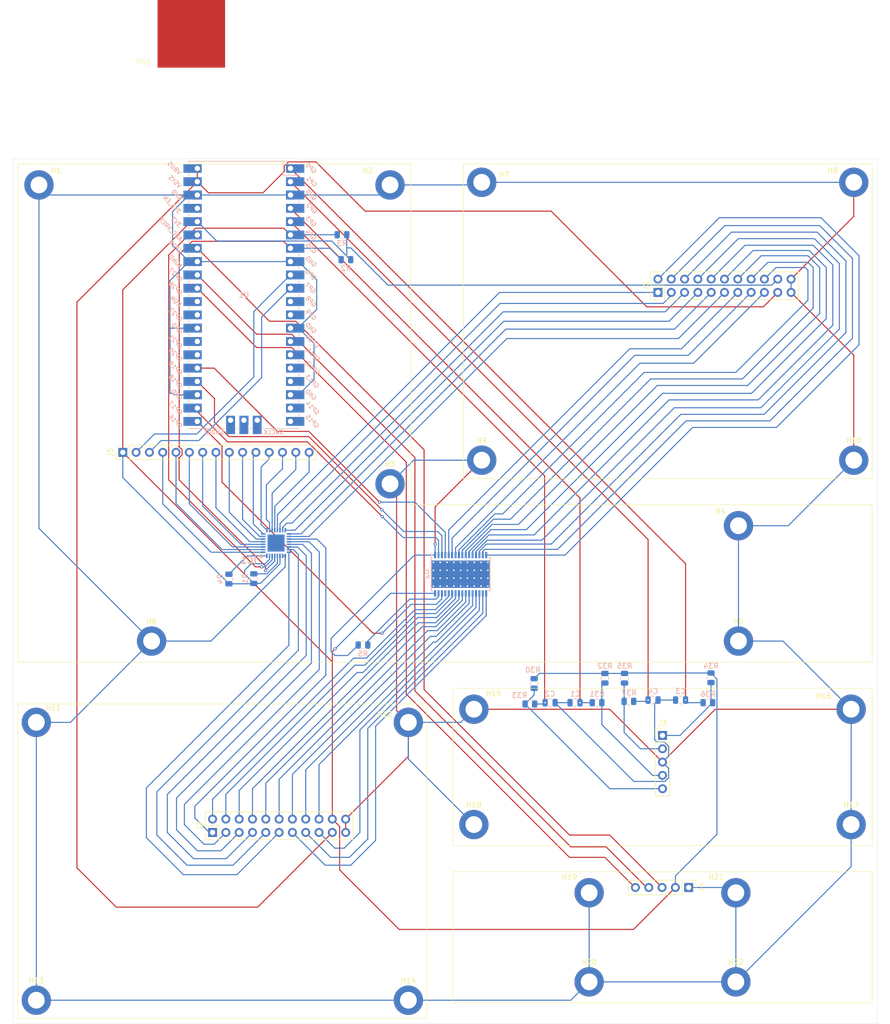
<source format=kicad_pcb>
(kicad_pcb (version 20241229) (generator "pcbnew") (generator_version "9.0")
  (layers (0 "F.Cu" signal) (2 "B.Cu" signal) (13 "F.Paste" user) (15 "B.Paste" user) (5 "F.SilkS" user "F.Silkscreen") (7 "B.SilkS" user "B.Silkscreen") (1 "F.Mask" user) (3 "B.Mask" user) (25 "Edge.Cuts" user))
  (net 0 "")
  (net 1 "/Encoder_1_B")
  (net 2 "/Encoder_1_A")
  (net 3 "/Encoder_0_B")
  (net 4 "/Encoder_0_A")
  (net 5 "/Switch6")
  (net 6 "/Switch11")
  (net 7 "/Button5")
  (net 8 "GND")
  (net 9 "/Switch12")
  (net 10 "/Switch3")
  (net 11 "/Switch7")
  (net 12 "SDA")
  (net 13 "/Button10")
  (net 14 "Net-(IC1-~{INT})")
  (net 15 "+3.3V")
  (net 16 "/Button3")
  (net 17 "SCL")
  (net 18 "/Switch8")
  (net 19 "/Button1")
  (net 20 "Net-(IC1-~{RESET})")
  (net 21 "/Button2")
  (net 22 "/Button7")
  (net 24 "/Switch2")
  (net 25 "/Button8")
  (net 26 "/Button4")
  (net 27 "/Switch5")
  (net 28 "/Button9")
  (net 29 "/Button6")
  (net 30 "/Button11")
  (net 31 "/Switch10")
  (net 32 "+5V")
  (net 35 "/Switch13")
  (net 36 "/Switch9")
  (net 42 "/Switch4")
  (net 46 "/Pot2")
  (net 49 "/Pot0")
  (net 52 "/Pot1")
  (net 53 "/Switch1")
  (net 54 "/Switch0")
  (net 55 "/LED0")
  (net 58 "/LED1")
  (net 60 "/LED2")
  (net 61 "/LED3")
  (net 62 "/LED4")
  (net 63 "/LED5")
  (net 64 "/LED6")
  (net 65 "/LED7")
  (net 67 "/LED8")
  (net 68 "/LED9")
  (net 69 "/LED10")
  (net 70 "/LED11")
  (net 71 "/LED12")
  (net 72 "/LED13")
  (net 73 "/LED14")
  (net 74 "/LED16")
  (net 75 "/LED18")
  (net 76 "/LED20")
  (net 77 "/LED22")
  (net 78 "/LED15")
  (net 79 "/LED17")
  (net 80 "/LED19")
  (net 81 "/LED21")
  (net 82 "/LED23")
  (net 83 "Blank")
  (net 84 "MOSI")
  (net 85 "SCK")
  (net 86 "XLAT")
  (net 87 "Net-(U2-PowerPAD)")
  (net 88 "Net-(U2-IREF)")
  (net 89 "/Button0")
  (net 90 "Net-(J3-Pin_5)")
  (net 91 "Net-(J3-Pin_1)")
  (net 92 "Net-(J3-Pin_2)")
  (net 93 "Net-(J3-Pin_4)")
  (footprint "MountingHole:MountingHole_3.2mm_M3_DIN965_Pad" (layer "F.Cu") (at 135.5 167.5)
    (property "Reference" "H12")
    (property "Value" "MountingHole_Pad")
  )
  (footprint "Connector_PinHeader_2.54mm:PinHeader_1x05_P2.54mm_Vertical" (layer "F.Cu") (at 184 170)
    (property "Reference" "J3")
    (property "Value" "Conn_01x05")
  )
  (footprint "MountingHole:MountingHole_3.2mm_M3_DIN965_Pad" (layer "F.Cu") (at 198.5 130)
    (property "Reference" "H4")
    (property "Value" "MountingHole_Pad")
  )
  (footprint "MountingHole:MountingHole_3.2mm_M3_DIN965_Pad" (layer "F.Cu") (at 64.5 167.5)
    (property "Reference" "H11")
    (property "Value" "MountingHole_Pad")
  )
  (footprint "Control_Panel_Footprints:Heat Sink" (layer "F.Cu") (at 87.725 42.525)
    (property "Reference" "HS1")
    (property "Value" "Heatsink_Pad")
  )
  (footprint "MountingHole:MountingHole_3.2mm_M3_DIN965_Pad" (layer "F.Cu") (at 198.5 152)
    (property "Reference" "H5")
    (property "Value" "MountingHole_Pad")
  )
  (footprint "MountingHole:MountingHole_3.2mm_M3_DIN965_Pad" (layer "F.Cu") (at 220 187)
    (property "Reference" "H17")
    (property "Value" "MountingHole_Pad")
  )
  (footprint "MountingHole:MountingHole_3.2mm_M3_DIN965_Pad" (layer "F.Cu") (at 170 217)
    (property "Reference" "H20")
    (property "Value" "MountingHole_Pad")
  )
  (footprint "Connector_PinHeader_2.54mm:PinHeader_2x11_P2.54mm_Vertical" (layer "F.Cu") (at 98.13 188.5 90)
    (property "Reference" "J2")
    (property "Value" "Conn_02x11_Odd_Even")
  )
  (footprint "MountingHole:MountingHole_3.2mm_M3_DIN965_Pad" (layer "F.Cu") (at 132 65)
    (property "Reference" "H2")
    (property "Value" "MountingHole_Pad")
  )
  (footprint "MountingHole:MountingHole_3.2mm_M3_DIN965_Pad" (layer "F.Cu") (at 170 200)
    (property "Reference" "H19")
    (property "Value" "MountingHole_Pad")
  )
  (footprint "Connector_PinHeader_2.54mm:PinHeader_1x15_P2.54mm_Vertical" (layer "F.Cu") (at 81 116 90)
    (property "Reference" "J5")
    (property "Value" "Conn_01x15")
  )
  (footprint "Connector_PinHeader_2.54mm:PinHeader_2x11_P2.54mm_Vertical" (layer "F.Cu") (at 183.13 85.5 90)
    (property "Reference" "J1")
    (property "Value" "Conn_02x11_Odd_Even")
  )
  (footprint "MountingHole:MountingHole_3.2mm_M3_DIN965_Pad" (layer "F.Cu") (at 149.5 117.5)
    (property "Reference" "H9")
    (property "Value" "MountingHole_Pad")
  )
  (footprint "MountingHole:MountingHole_3.2mm_M3_DIN965_Pad" (layer "F.Cu") (at 220.5 117.5)
    (property "Reference" "H10")
    (property "Value" "MountingHole_Pad")
  )
  (footprint "MountingHole:MountingHole_3.2mm_M3_DIN965_Pad" (layer "F.Cu") (at 65 65)
    (property "Reference" "H1")
    (property "Value" "MountingHole_Pad")
  )
  (footprint "MountingHole:MountingHole_3.2mm_M3_DIN965_Pad" (layer "F.Cu") (at 220.5 64.5)
    (property "Reference" "H8")
    (property "Value" "MountingHole_Pad")
  )
  (footprint "MountingHole:MountingHole_3.2mm_M3_DIN965_Pad" (layer "F.Cu") (at 132 122)
    (property "Reference" "H3")
    (property "Value" "MountingHole_Pad")
  )
  (footprint "MountingHole:MountingHole_3.2mm_M3_DIN965_Pad" (layer "F.Cu") (at 148 165)
    (property "Reference" "H15")
    (property "Value" "MountingHole_Pad")
  )
  (footprint "Connector_PinHeader_2.54mm:PinHeader_1x05_P2.54mm_Vertical" (layer "F.Cu") (at 189 199 -90)
    (property "Reference" "J4")
    (property "Value" "Conn_01x05")
  )
  (footprint "MountingHole:MountingHole_3.2mm_M3_DIN965_Pad" (layer "F.Cu") (at 148 187)
    (property "Reference" "H18")
    (property "Value" "MountingHole_Pad")
  )
  (footprint "MountingHole:MountingHole_3.2mm_M3_DIN965_Pad" (layer "F.Cu") (at 86.5 152)
    (property "Reference" "H6")
    (property "Value" "MountingHole_Pad")
  )
  (footprint "MountingHole:MountingHole_3.2mm_M3_DIN965_Pad" (layer "F.Cu") (at 220 165)
    (property "Reference" "H16")
    (property "Value" "MountingHole_Pad")
  )
  (footprint "MountingHole:MountingHole_3.2mm_M3_DIN965_Pad" (layer "F.Cu") (at 149.5 64.5)
    (property "Reference" "H7")
    (property "Value" "MountingHole_Pad")
  )
  (footprint "MountingHole:MountingHole_3.2mm_M3_DIN965_Pad" (layer "F.Cu") (at 64.5 220.5)
    (property "Reference" "H13")
    (property "Value" "MountingHole_Pad")
  )
  (footprint "MountingHole:MountingHole_3.2mm_M3_DIN965_Pad" (layer "F.Cu") (at 135.5 220.5)
    (property "Reference" "H14")
    (property "Value" "MountingHole_Pad")
  )
  (footprint "MountingHole:MountingHole_3.2mm_M3_DIN965_Pad" (layer "F.Cu") (at 198 217)
    (property "Reference" "H22")
    (property "Value" "MountingHole_Pad")
  )
  (footprint "MountingHole:MountingHole_3.2mm_M3_DIN965_Pad" (layer "F.Cu") (at 198 200)
    (property "Reference" "H21")
    (property "Value" "MountingHole_Pad")
  )
  (footprint "Capacitor_SMD:C_0805_2012Metric" (layer "B.Cu") (at 167.3 163.75 180)
    (property "Reference" "C1")
    (property "Value" "0.01uF")
  )
  (footprint "Control_Panel_Footprints:QFN50P500X500X60-33N-D" (layer "B.Cu") (at 110.25 133.3)
    (property "Reference" "IC1")
    (property "Value" "TCA6424ARGJR" (hide yes))
  )
  (footprint "Resistor_SMD:R_0805_2012Metric" (layer "B.Cu") (at 158.6875 164 180)
    (property "Reference" "R33")
    (property "Value" "10k")
  )
  (footprint "Resistor_SMD:R_0805_2012Metric" (layer "B.Cu") (at 193.25 159 -90)
    (property "Reference" "R34")
    (property "Value" "10k")
  )
  (footprint "Resistor_SMD:R_0805_2012Metric" (layer "B.Cu") (at 122.8375 74.5)
    (property "Reference" "R3")
    (property "Value" "10k")
  )
  (footprint "Resistor_SMD:R_0805_2012Metric" (layer "B.Cu") (at 177.5875 163.5 180)
    (property "Reference" "R37")
    (property "Value" "10k")
  )
  (footprint "Capacitor_SMD:C_0805_2012Metric" (layer "B.Cu") (at 182.2 163.25 180)
    (property "Reference" "C4")
    (property "Value" "0.01uF")
  )
  (footprint "Resistor_SMD:R_0805_2012Metric" (layer "B.Cu") (at 192.6625 163.75 180)
    (property "Reference" "R36")
    (property "Value" "10k")
  )
  (footprint "Resistor_SMD:R_0805_2012Metric" (layer "B.Cu") (at 126.8375 152.75)
    (property "Reference" "R5")
    (property "Value" "2460")
  )
  (footprint "Package_SO:HTSSOP-32-1EP_6.1x11mm_P0.65mm_EP5.2x11mm_Mask4.11x4.36mm_ThermalVias" (layer "B.Cu") (at 145.475 139.25 -90)
    (property "Reference" "U2")
    (property "Value" "TLC5947DAP")
  )
  (footprint "Control_Panel_Footprints:RPi_Pico_SMD_TH" (layer "B.Cu") (at 104.11 85.97 180)
    (property "Reference" "U1")
    (property "Value" "Pico")
  )
  (footprint "Capacitor_SMD:C_0805_2012Metric" (layer "B.Cu") (at 162.55 163.75 180)
    (property "Reference" "C2")
    (property "Value" "0.01uF")
  )
  (footprint "Resistor_SMD:R_0805_2012Metric" (layer "B.Cu") (at 101.25 140.1625 -90)
    (property "Reference" "R4")
    (property "Value" "10k")
  )
  (footprint "Resistor_SMD:R_0805_2012Metric" (layer "B.Cu") (at 176.75 159.0875 -90)
    (property "Reference" "R35")
    (property "Value" "10k")
  )
  (footprint "Resistor_SMD:R_0805_2012Metric" (layer "B.Cu") (at 171.5125 163.75 180)
    (property "Reference" "R31")
    (property "Value" "10k")
  )
  (footprint "Resistor_SMD:R_0805_2012Metric" (layer "B.Cu") (at 173 159.0875 -90)
    (property "Reference" "R32")
    (property "Value" "10k")
  )
  (footprint "Resistor_SMD:R_0805_2012Metric" (layer "B.Cu") (at 159.5 160.0875 -90)
    (property "Reference" "R30")
    (property "Value" "10k")
  )
  (footprint "Resistor_SMD:R_0805_2012Metric" (layer "B.Cu") (at 106 140.0875 -90)
    (property "Reference" "R1")
    (property "Value" "10k")
  )
  (footprint "Resistor_SMD:R_0805_2012Metric" (layer "B.Cu") (at 123.5875 79.25)
    (property "Reference" "R2")
    (property "Value" "10k")
  )
  (footprint "Capacitor_SMD:C_0805_2012Metric" (layer "B.Cu") (at 187.45 163.25 180)
    (property "Reference" "C3")
    (property "Value" "0.01uF")
  )
  (gr_line (start 224 156) (end 224 126) (stroke (width 0.1)) (layer "F.SilkS"))
  (gr_line (start 136 126) (end 136 61) (stroke (width 0.1)) (layer "F.SilkS"))
  (gr_rect (start 144 196) (end 224 221) (stroke (width 0.1)) (fill no) (layer "F.SilkS"))
  (gr_line (start 224 126) (end 136 126) (stroke (width 0.1)) (layer "F.SilkS"))
  (gr_rect (start 61 164) (end 139 224) (stroke (width 0.1)) (fill no) (layer "F.SilkS"))
  (gr_rect (start 146 61) (end 224 121) (stroke (width 0.1)) (fill no) (layer "F.SilkS"))
  (gr_line (start 61 61) (end 136 61) (stroke (width 0.1)) (layer "F.SilkS"))
  (gr_rect (start 144 161) (end 224 191) (stroke (width 0.1)) (fill no) (layer "F.SilkS"))
  (gr_line (start 61 61) (end 61 156) (stroke (width 0.1)) (layer "F.SilkS"))
  (gr_line (start 61 156) (end 224 156) (stroke (width 0.1)) (layer "F.SilkS"))
  (gr_rect (start 60 60) (end 225 225) (stroke (width 0.05)) (fill no) (layer "Edge.Cuts"))
  (segment (start 113 69.46) (end 168.25 124.71) (width 0.2) (layer "F.Cu") (net 1))
  (segment (start 168.25 124.71) (end 168.25 163.75) (width 0.2) (layer "F.Cu") (net 1))
  (via (at 168.25 163.75) (size 0.6) (drill 0.3) (layers "F.Cu" "B.Cu") (net 1))
  (segment (start 168.25 163.75) (end 170.6 163.75) (width 0.2) (layer "B.Cu") (net 1))
  (segment (start 161.6 163.75) (end 161.5 163.65) (width 0.2) (layer "F.Cu") (net 2))
  (segment (start 161.5 120.5) (end 113 72) (width 0.2) (layer "F.Cu") (net 2))
  (segment (start 161.5 163.65) (end 161.5 120.5) (width 0.2) (layer "F.Cu") (net 2))
  (via (at 161.6 163.75) (size 0.6) (drill 0.3) (layers "F.Cu" "B.Cu") (net 2))
  (segment (start 159.6 164) (end 161.35 164) (width 0.2) (layer "B.Cu") (net 2))
  (segment (start 188.4 137.24) (end 188.4 163.25) (width 0.2) (layer "F.Cu") (net 3))
  (segment (start 113 61.84) (end 188.4 137.24) (width 0.2) (layer "F.Cu") (net 3))
  (via (at 188.4 163.25) (size 0.6) (drill 0.3) (layers "F.Cu" "B.Cu") (net 3))
  (segment (start 188.9 163.75) (end 188.4 163.25) (width 0.2) (layer "B.Cu") (net 3))
  (segment (start 191.75 163.75) (end 188.9 163.75) (width 0.2) (layer "B.Cu") (net 3))
  (segment (start 181.25 132.63) (end 181.25 163.25) (width 0.2) (layer "F.Cu") (net 4))
  (segment (start 113 64.38) (end 181.25 132.63) (width 0.2) (layer "F.Cu") (net 4))
  (via (at 181.25 163.25) (size 0.6) (drill 0.3) (layers "F.Cu" "B.Cu") (net 4))
  (segment (start 178.5 163.5) (end 181 163.5) (width 0.2) (layer "B.Cu") (net 4))
  (segment (start 98.78 126.58) (end 98.78 116) (width 0.2) (layer "B.Cu") (net 5))
  (segment (start 105.25 133.05) (end 98.78 126.58) (width 0.2) (layer "B.Cu") (net 5))
  (segment (start 107.8 133.05) (end 105.25 133.05) (width 0.2) (layer "B.Cu") (net 5))
  (segment (start 111.48 119.12) (end 111.48 116) (width 0.2) (layer "B.Cu") (net 6))
  (segment (start 108.4 122.2) (end 111.48 119.12) (width 0.2) (layer "B.Cu") (net 6))
  (segment (start 108.4 128.8) (end 108.4 122.2) (width 0.2) (layer "B.Cu") (net 6))
  (segment (start 109 129.4) (end 108.4 128.8) (width 0.2) (layer "B.Cu") (net 6))
  (segment (start 109 130.85) (end 109 129.4) (width 0.2) (layer "B.Cu") (net 6))
  (segment (start 112.798 132.05) (end 116.55 132.05) (width 0.2) (layer "B.Cu") (net 7))
  (segment (start 112.749 132.001) (end 112.798 132.05) (width 0.2) (layer "B.Cu") (net 7))
  (segment (start 116.55 132.05) (end 154.3 94.3) (width 0.2) (layer "B.Cu") (net 7))
  (segment (start 187.03 94.3) (end 195.83 85.5) (width 0.2) (layer "B.Cu") (net 7))
  (segment (start 154.3 94.3) (end 187.03 94.3) (width 0.2) (layer "B.Cu") (net 7))
  (segment (start 123.53 185.96) (end 123.53 188.5) (width 0.2) (layer "F.Cu") (net 8))
  (segment (start 140.6 133.5) (end 140.6 126.4) (width 0.2) (layer "F.Cu") (net 8))
  (segment (start 135.5 173.99) (end 135.5 167.5) (width 0.2) (layer "F.Cu") (net 8))
  (segment (start 173.92 165) (end 148 165) (width 0.2) (layer "F.Cu") (net 8))
  (segment (start 184 175.08) (end 173.92 165) (width 0.2) (layer "F.Cu") (net 8))
  (segment (start 220.5 97.47) (end 220.5 117.5) (width 0.2) (layer "F.Cu") (net 8))
  (segment (start 123.53 185.96) (end 135.5 173.99) (width 0.2) (layer "F.Cu") (net 8))
  (segment (start 133.25 165.25) (end 135.5 167.5) (width 0.2) (layer "F.Cu") (net 8))
  (segment (start 133.25 123.25) (end 133.25 165.25) (width 0.2) (layer "F.Cu") (net 8))
  (segment (start 208.53 85.5) (end 220.5 97.47) (width 0.2) (layer "F.Cu") (net 8))
  (segment (start 184 175.08) (end 194.08 165) (width 0.2) (layer "F.Cu") (net 8))
  (segment (start 140.6 126.4) (end 149.5 117.5) (width 0.2) (layer "F.Cu") (net 8))
  (segment (start 220.5 64.5) (end 220.5 70.99) (width 0.2) (layer "F.Cu") (net 8))
  (segment (start 194.08 165) (end 220 165) (width 0.2) (layer "F.Cu") (net 8))
  (segment (start 132 122) (end 133.25 123.25) (width 0.2) (layer "F.Cu") (net 8))
  (segment (start 220.5 70.99) (end 208.53 82.96) (width 0.2) (layer "F.Cu") (net 8))
  (via (at 140.6 133.5) (size 0.6) (drill 0.3) (layers "F.Cu" "B.Cu") (net 8))
  (segment (start 118 88.75) (end 118 83.058) (width 0.2) (layer "B.Cu") (net 8))
  (segment (start 149.5 117.5) (end 136.5 117.5) (width 0.2) (layer "B.Cu") (net 8))
  (segment (start 90 92.32) (end 90 96.5) (width 0.2) (layer "B.Cu") (net 8))
  (segment (start 182.5 163.9) (end 182.5 170.802) (width 0.2) (layer "B.Cu") (net 8))
  (segment (start 123.925 154.75) (end 121.5 154.75) (width 0.2) (layer "B.Cu") (net 8))
  (segment (start 183.15 163.25) (end 182.5 163.9) (width 0.2) (layer "B.Cu") (net 8))
  (segment (start 93.63 79.62) (end 90 83.25) (width 0.2) (layer "B.Cu") (net 8))
  (segment (start 208 130) (end 198.5 130) (width 0.2) (layer "B.Cu") (net 8))
  (segment (start 185.151 178.09676) (end 185.151 176.231) (width 0.2) (layer "B.Cu") (net 8))
  (segment (start 136.65 135.6) (end 140.6 135.6) (width 0.2) (layer "B.Cu") (net 8))
  (segment (start 163.5 163.75) (end 166.35 163.75) (width 0.2) (layer "B.Cu") (net 8))
  (segment (start 90.5 76.462) (end 90.5 70.078) (width 0.2) (layer "B.Cu") (net 8))
  (segment (start 163.5 163.75) (end 178.521 178.771) (width 0.2) (layer "B.Cu") (net 8))
  (segment (start 93.658 92.32) (end 90 92.32) (width 0.2) (layer "B.Cu") (net 8))
  (segment (start 64.5 220.5) (end 64.5 167.5) (width 0.2) (layer "B.Cu") (net 8))
  (segment (start 178.521 178.771) (end 184.47676 178.771) (width 0.2) (layer "B.Cu") (net 8))
  (segment (start 198.5 152) (end 207 152) (width 0.2) (layer "B.Cu") (net 8))
  (segment (start 198 200) (end 198 217) (width 0.2) (layer "B.Cu") (net 8))
  (segment (start 95.22 79.62) (end 113 79.62) (width 0.2) (layer "B.Cu") (net 8))
  (segment (start 86.5 152) (end 65 130.5) (width 0.2) (layer "B.Cu") (net 8))
  (segment (start 207 152) (end 220 165) (width 0.2) (layer "B.Cu") (net 8))
  (segment (start 90.5 70.078) (end 93.658 66.92) (width 0.2) (layer "B.Cu") (net 8))
  (segment (start 220 187) (end 220 195) (width 0.2) (layer "B.Cu") (net 8))
  (segment (start 140.6 133.5) (end 140.6 135.6) (width 0.2) (layer "B.Cu") (net 8))
  (segment (start 145.5 167.5) (end 148 165) (width 0.2) (layer "B.Cu") (net 8))
  (segment (start 148 187) (end 135.5 174.5) (width 0.2) (layer "B.Cu") (net 8))
  (segment (start 97.82366 152) (end 86.5 152) (width 0.2) (layer "B.Cu") (net 8))
  (segment (start 90 96.5) (end 90 104.75) (width 0.2) (layer "B.Cu") (net 8))
  (segment (start 198.5 130) (end 198.5 152) (width 0.2) (layer "B.Cu") (net 8))
  (segment (start 184.47676 178.771) (end 185.151 178.09676) (width 0.2) (layer "B.Cu") (net 8))
  (segment (start 135.5 167.5) (end 145.5 167.5) (width 0.2) (layer "B.Cu") (net 8))
  (segment (start 166.5 220.5) (end 135.5 220.5) (width 0.2) (layer "B.Cu") (net 8))
  (segment (start 186.5 163.25) (end 183.15 163.25) (width 0.2) (layer "B.Cu") (net 8))
  (segment (start 117.5 95.258) (end 114.562 92.32) (width 0.2) (layer "B.Cu") (net 8))
  (segment (start 90.5 104.75) (end 90.77 105.02) (width 0.2) (layer "B.Cu") (net 8))
  (segment (start 120.75 154) (end 120.75 151.5) (width 0.2) (layer "B.Cu") (net 8))
  (segment (start 95.22 66.92) (end 113 66.92) (width 0.2) (layer "B.Cu") (net 8))
  (segment (start 185.151 172.06324) (end 185.151 173.929) (width 0.2) (layer "B.Cu") (net 8))
  (segment (start 182.948 171.25) (end 184.33776 171.25) (width 0.2) (layer "B.Cu") (net 8))
  (segment (start 120.75 151.5) (end 136.65 135.6) (width 0.2) (layer "B.Cu") (net 8))
  (segment (start 90 104.75) (end 90.5 104.75) (width 0.2) (layer "B.Cu") (net 8))
  (segment (start 113 66.92) (end 130.08 66.92) (width 0.2) (layer "B.Cu") (net 8))
  (segment (start 220.5 117.5) (end 208 130) (width 0.2) (layer "B.Cu") (net 8))
  (segment (start 170 217) (end 170 200) (width 0.2) (layer "B.Cu") (net 8))
  (segment (start 117.5 102.082) (end 117.5 95.258) (width 0.2) (layer "B.Cu") (net 8))
  (segment (start 65 65) (end 66.92 66.92) (width 0.2) (layer "B.Cu") (net 8))
  (segment (start 170 217) (end 166.5 220.5) (width 0.2) (layer "B.Cu") (net 8))
  (segment (start 114.43 92.32) (end 118 88.75) (width 0.2) (layer "B.Cu") (net 8))
  (segment (start 184.33776 171.25) (end 185.151 172.06324) (width 0.2) (layer "B.Cu") (net 8))
  (segment (start 112 137.82366) (end 97.82366 152) (width 0.2) (layer "B.Cu") (net 8))
  (segment (start 185.151 176.231) (end 184 175.08) (width 0.2) (layer "B.Cu") (net 8))
  (segment (start 71 167.5) (end 86.5 152) (width 0.2) (layer "B.Cu") (net 8))
  (segment (start 90 83.25) (end 90 96.5) (width 0.2) (layer "B.Cu") (net 8))
  (segment (start 114.562 105.02) (end 117.5 102.082) (width 0.2) (layer "B.Cu") (net 8))
  (segment (start 185.151 173.929) (end 184 175.08) (width 0.2) (layer "B.Cu") (net 8))
  (segment (start 189 199) (end 197 199) (width 0.2) (layer "B.Cu") (net 8))
  (segment (start 118 83.058) (end 114.562 79.62) (width 0.2) (layer "B.Cu") (net 8))
  (segment (start 135.5 220.5) (end 64.5 220.5) (width 0.2) (layer "B.Cu") (net 8))
  (segment (start 125.925 152.75) (end 123.925 154.75) (width 0.2) (layer "B.Cu") (net 8))
  (segment (start 149.5 64.5) (end 220.5 64.5) (width 0.2) (layer "B.Cu") (net 8))
  (segment (start 182.5 170.802) (end 182.948 171.25) (width 0.2) (layer "B.Cu") (net 8))
  (segment (start 93.658 79.62) (end 90.5 76.462) (width 0.2) (layer "B.Cu") (net 8))
  (segment (start 208.53 82.96) (end 208.53 85.5) (width 0.2) (layer "B.Cu") (net 8))
  (segment (start 132 65) (end 149 65) (width 0.2) (layer "B.Cu") (net 8))
  (segment (start 112 135.75) (end 111.5 135.75) (width 0.2) (layer "B.Cu") (net 8))
  (segment (start 220 195) (end 198 217) (width 0.2) (layer "B.Cu") (net 8))
  (segment (start 112 135.75) (end 112 137.82366) (width 0.2) (layer "B.Cu") (net 8))
  (segment (start 198 217) (end 170 217) (width 0.2) (layer "B.Cu") (net 8))
  (segment (start 135.5 174.5) (end 135.5 167.5) (width 0.2) (layer "B.Cu") (net 8))
  (segment (start 64.5 167.5) (end 71 167.5) (width 0.2) (layer "B.Cu") (net 8))
  (segment (start 130.08 66.92) (end 132 65) (width 0.2) (layer "B.Cu") (net 8))
  (segment (start 65 130.5) (end 65 65) (width 0.2) (layer "B.Cu") (net 8))
  (segment (start 220 165) (end 220 187) (width 0.2) (layer "B.Cu") (net 8))
  (segment (start 121.5 154.75) (end 120.75 154) (width 0.2) (layer "B.Cu") (net 8))
  (segment (start 136.5 117.5) (end 132 122) (width 0.2) (layer "B.Cu") (net 8))
  (segment (start 90.77 105.02) (end 95.22 105.02) (width 0.2) (layer "B.Cu") (net 8))
  (segment (start 66.92 66.92) (end 95.22 66.92) (width 0.2) (layer "B.Cu") (net 8))
  (segment (start 114.02 119.28) (end 114.02 116) (width 0.2) (layer "B.Cu") (net 9))
  (segment (start 109.5 123.8) (end 114.02 119.28) (width 0.2) (layer "B.Cu") (net 9))
  (segment (start 109.5 130.85) (end 109.5 123.8) (width 0.2) (layer "B.Cu") (net 9))
  (segment (start 107.8 134.55) (end 99.95 134.55) (width 0.2) (layer "B.Cu") (net 10))
  (segment (start 99.95 134.55) (end 91.16 125.76) (width 0.2) (layer "B.Cu") (net 10))
  (segment (start 91.16 125.76) (end 91.16 116) (width 0.2) (layer "B.Cu") (net 10))
  (segment (start 101.32 127.42) (end 101.32 116) (width 0.2) (layer "B.Cu") (net 11))
  (segment (start 107.8 132.55) (end 106.45 132.55) (width 0.2) (layer "B.Cu") (net 11))
  (segment (start 106.45 132.55) (end 101.32 127.42) (width 0.2) (layer "B.Cu") (net 11))
  (segment (start 94.88224 73.25) (end 111.71 73.25) (width 0.2) (layer "F.Cu") (net 12))
  (segment (start 107.5 137.85) (end 106.35 137.85) (width 0.2) (layer "F.Cu") (net 12))
  (segment (start 89.75 121.25) (end 89.75 116.49776) (width 0.2) (layer "F.Cu") (net 12))
  (segment (start 111.71 73.25) (end 113 74.54) (width 0.2) (layer "F.Cu") (net 12))
  (segment (start 89.75 116.49776) (end 89.771 116.47676) (width 0.2) (layer "F.Cu") (net 12))
  (segment (start 89.75 78.38224) (end 94.88224 73.25) (width 0.2) (layer "F.Cu") (net 12))
  (segment (start 89.771 116.47676) (end 89.771 115.52324) (width 0.2) (layer "F.Cu") (net 12))
  (segment (start 106.35 137.85) (end 89.75 121.25) (width 0.2) (layer "F.Cu") (net 12))
  (segment (start 89.75 115.50224) (end 89.75 78.38224) (width 0.2) (layer "F.Cu") (net 12))
  (segment (start 89.771 115.52324) (end 89.75 115.50224) (width 0.2) (layer "F.Cu") (net 12))
  (via (at 107.5 137.85) (size 0.6) (drill 0.3) (layers "F.Cu" "B.Cu") (net 12))
  (segment (start 107.5 137.85) (end 108.15 137.85) (width 0.2) (layer "B.Cu") (net 12))
  (segment (start 108.15 137.85) (end 109.5 136.5) (width 0.2) (layer "B.Cu") (net 12))
  (segment (start 121.925 74.5) (end 114.46 74.5) (width 0.2) (layer "B.Cu") (net 12))
  (segment (start 114.46 74.5) (end 113.71 75.25) (width 0.2) (layer "B.Cu") (net 12))
  (segment (start 109.5 136.5) (end 109.5 135.75) (width 0.2) (layer "B.Cu") (net 12))
  (segment (start 113.55 134.55) (end 112.7 134.55) (width 0.2) (layer "B.Cu") (net 13))
  (segment (start 87.5 189) (end 87.5 180.75) (width 0.2) (layer "B.Cu") (net 13))
  (segment (start 93.25 194.75) (end 87.5 189) (width 0.2) (layer "B.Cu") (net 13))
  (segment (start 114.5 153.75) (end 114.5 135.5) (width 0.2) (layer "B.Cu") (net 13))
  (segment (start 87.5 180.75) (end 114.5 153.75) (width 0.2) (layer "B.Cu") (net 13))
  (segment (start 108.29 188.5) (end 102.04 194.75) (width 0.2) (layer "B.Cu") (net 13))
  (segment (start 102.04 194.75) (end 93.25 194.75) (width 0.2) (layer "B.Cu") (net 13))
  (segment (start 114.5 135.5) (end 113.55 134.55) (width 0.2) (layer "B.Cu") (net 13))
  (segment (start 104.75 135.75) (end 101.25 139.25) (width 0.2) (layer "B.Cu") (net 14))
  (segment (start 108.5 135.75) (end 104.75 135.75) (width 0.2) (layer "B.Cu") (net 14))
  (segment (start 120.99 154.01) (end 120.99 155.99) (width 0.2) (layer "F.Cu") (net 15))
  (segment (start 94 72) (end 81 85) (width 0.2) (layer "F.Cu") (net 15))
  (segment (start 95.22 72) (end 94 72) (width 0.2) (layer "F.Cu") (net 15))
  (segment (start 81 85) (end 81 116) (width 0.2) (layer "F.Cu") (net 15))
  (segment (start 122.379 195.629) (end 133.75 207) (width 0.2) (layer "F.Cu") (net 15))
  (segment (start 120.99 155.99) (end 81 116) (width 0.2) (layer "F.Cu") (net 15))
  (segment (start 122.379 187.349) (end 122.379 195.629) (width 0.2) (layer "F.Cu") (net 15))
  (segment (start 121.5 153.5) (end 120.99 154.01) (width 0.2) (layer "F.Cu") (net 15))
  (segment (start 133.75 207) (end 178.46 207) (width 0.2) (layer "F.Cu") (net 15))
  (segment (start 178.46 207) (end 186.46 199) (width 0.2) (layer "F.Cu") (net 15))
  (segment (start 120.99 185.96) (end 120.99 155.99) (width 0.2) (layer "F.Cu") (net 15))
  (segment (start 120.99 185.96) (end 122.379 187.349) (width 0.2) (layer "F.Cu") (net 15))
  (via (at 121.5 153.5) (size 0.6) (drill 0.3) (layers "F.Cu" "B.Cu") (net 15))
  (segment (start 104.25 138.5) (end 105.5 137.25) (width 0.2) (layer "B.Cu") (net 15))
  (segment (start 98.911 75.691) (end 95.22 72) (width 0.2) (layer "B.Cu") (net 15))
  (segment (start 173 158.175) (end 160.5 158.175) (width 0.2) (layer "B.Cu") (net 15))
  (segment (start 81 120.825) (end 81 116) (width 0.2) (layer "B.Cu") (net 15))
  (segment (start 194.3885 159.226) (end 194.3885 188.8615) (width 0.2) (layer "B.Cu") (net 15))
  (segment (start 205.99 82.96) (end 204.839 84.111) (width 0.2) (layer "B.Cu") (net 15))
  (segment (start 111 135.75) (end 111 137.25) (width 0.2) (layer "B.Cu") (net 15))
  (segment (start 193.25 158.0875) (end 194.3885 159.226) (width 0.2) (layer "B.Cu") (net 15))
  (segment (start 194.3885 188.8615) (end 186.46 196.79) (width 0.2) (layer "B.Cu") (net 15))
  (segment (start 124.42634 79.25) (end 120.86734 75.691) (width 0.2) (layer "B.Cu") (net 15))
  (segment (start 193.25 158.0875) (end 176.8375 158.0875) (width 0.2) (layer "B.Cu") (net 15))
  (segment (start 101.25 141.075) (end 81 120.825) (width 0.2) (layer "B.Cu") (net 15))
  (segment (start 173 158.175) (end 176.75 158.175) (width 0.2) (layer "B.Cu") (net 15))
  (segment (start 131.611 84.111) (end 124.5 77) (width 0.2) (layer "B.Cu") (net 15))
  (segment (start 123.75 74.5) (end 123.75 77) (width 0.2) (layer "B.Cu") (net 15))
  (segment (start 132.1 142.9) (end 121.5 153.5) (width 0.2) (layer "B.Cu") (net 15))
  (segment (start 107.25 141) (end 106.5 141) (width 0.2) (layer "B.Cu") (net 15))
  (segment (start 104.25 139.25) (end 104.25 138.5) (width 0.2) (layer "B.Cu") (net 15))
  (segment (start 108.177 137.25) (end 109 136.427) (width 0.2) (layer "B.Cu") (net 15))
  (segment (start 111 137.25) (end 107.25 141) (width 0.2) (layer "B.Cu") (net 15))
  (segment (start 106 141) (end 104.25 139.25) (width 0.2) (layer "B.Cu") (net 15))
  (segment (start 186.46 196.79) (end 186.46 199) (width 0.2) (layer "B.Cu") (net 15))
  (segment (start 204.839 84.111) (end 131.611 84.111) (width 0.2) (layer "B.Cu") (net 15))
  (segment (start 123.75 78.5) (end 124.5 79.25) (width 0.2) (layer "B.Cu") (net 15))
  (segment (start 120.86734 75.691) (end 98.911 75.691) (width 0.2) (layer "B.Cu") (net 15))
  (segment (start 101.25 141.075) (end 105.925 141.075) (width 0.2) (layer "B.Cu") (net 15))
  (segment (start 160.5 158.175) (end 159.5 159.175) (width 0.2) (layer "B.Cu") (net 15))
  (segment (start 124.5 77) (end 123.75 77) (width 0.2) (layer "B.Cu") (net 15))
  (segment (start 140.6 142.9) (end 132.1 142.9) (width 0.2) (layer "B.Cu") (net 15))
  (segment (start 123.75 77) (end 123.75 78.5) (width 0.2) (layer "B.Cu") (net 15))
  (segment (start 109 136.427) (end 109 135.75) (width 0.2) (layer "B.Cu") (net 15))
  (segment (start 105.5 137.25) (end 108.177 137.25) (width 0.2) (layer "B.Cu") (net 15))
  (segment (start 112 130.85) (end 113.85 130.85) (width 0.2) (layer "B.Cu") (net 16))
  (segment (start 185.25 91) (end 190.75 85.5) (width 0.2) (layer "B.Cu") (net 16))
  (segment (start 113.85 130.85) (end 153.7 91) (width 0.2) (layer "B.Cu") (net 16))
  (segment (start 153.7 91) (end 185.25 91) (width 0.2) (layer "B.Cu") (net 16))
  (segment (start 92.311 116.47676) (end 92.311 115.52324) (width 0.2) (layer "F.Cu") (net 17))
  (segment (start 91.75 121.25) (end 91.75 117.151) (width 0.2) (layer "F.Cu") (net 17))
  (segment (start 92.311 115.52324) (end 91.63676 114.849) (width 0.2) (layer "F.Cu") (net 17))
  (segment (start 91.76888 78.23112) (end 94.25 75.75) (width 0.2) (layer "F.Cu") (net 17))
  (segment (start 91.76888 114.849) (end 91.76888 78.23112) (width 0.2) (layer "F.Cu") (net 17))
  (segment (start 91.75 117.151) (end 91.63676 117.151) (width 0.2) (layer "F.Cu") (net 17))
  (segment (start 91.63676 117.151) (end 92.311 116.47676) (width 0.2) (layer "F.Cu") (net 17))
  (segment (start 108.25 137.75) (end 91.75 121.25) (width 0.2) (layer "F.Cu") (net 17))
  (segment (start 111.67 75.75) (end 113 77.08) (width 0.2) (layer "F.Cu") (net 17))
  (segment (start 94.25 75.75) (end 111.67 75.75) (width 0.2) (layer "F.Cu") (net 17))
  (segment (start 108.25 138.5) (end 108.25 137.75) (width 0.2) (layer "F.Cu") (net 17))
  (segment (start 91.63676 114.849) (end 91.76888 114.849) (width 0.2) (layer "F.Cu") (net 17))
  (via (at 108.25 138.5) (size 0.6) (drill 0.3) (layers "F.Cu" "B.Cu") (net 17))
  (segment (start 110 135.75) (end 110 136.75) (width 0.2) (layer "B.Cu") (net 17))
  (segment (start 110 136.75) (end 108.25 138.5) (width 0.2) (layer "B.Cu") (net 17))
  (segment (start 122.675 79.25) (end 120.505 77.08) (width 0.2) (layer "B.Cu") (net 17))
  (segment (start 120.505 77.08) (end 113 77.08) (width 0.2) (layer "B.Cu") (net 17))
  (segment (start 103.86 128.787) (end 103.86 116) (width 0.2) (layer "B.Cu") (net 18))
  (segment (start 107.8 132.05) (end 107.123 132.05) (width 0.2) (layer "B.Cu") (net 18))
  (segment (start 107.123 132.05) (end 103.86 128.787) (width 0.2) (layer "B.Cu") (net 18))
  (segment (start 184.15 87.6) (end 185.67 86.08) (width 0.2) (layer "B.Cu") (net 19))
  (segment (start 111 130.85) (end 111 129.6) (width 0.2) (layer "B.Cu") (net 19))
  (segment (start 111 129.6) (end 153 87.6) (width 0.2) (layer "B.Cu") (net 19))
  (segment (start 153 87.6) (end 184.15 87.6) (width 0.2) (layer "B.Cu") (net 19))
  (segment (start 106 139.175) (end 108.5079 139.175) (width 0.2) (layer "B.Cu") (net 20))
  (segment (start 108.5079 139.175) (end 110.5 137.1829) (width 0.2) (layer "B.Cu") (net 20))
  (segment (start 110.5 137.1829) (end 110.5 135.75) (width 0.2) (layer "B.Cu") (net 20))
  (segment (start 111.5 130.3) (end 111.6 130.2) (width 0.2) (layer "B.Cu") (net 21))
  (segment (start 111.5 130.85) (end 111.5 130.3) (width 0.2) (layer "B.Cu") (net 21))
  (segment (start 184.51 89.2) (end 188.21 85.5) (width 0.2) (layer "B.Cu") (net 21))
  (segment (start 153.6 89.2) (end 184.51 89.2) (width 0.2) (layer "B.Cu") (net 21))
  (segment (start 111.6072 130.2) (end 112.3072 129.5) (width 0.2) (layer "B.Cu") (net 21))
  (segment (start 111.6 130.2) (end 111.6072 130.2) (width 0.2) (layer "B.Cu") (net 21))
  (segment (start 113.3 129.5) (end 153.6 89.2) (width 0.2) (layer "B.Cu") (net 21))
  (segment (start 112.3072 129.5) (end 113.3 129.5) (width 0.2) (layer "B.Cu") (net 21))
  (segment (start 96.5 190.75) (end 92.75 187) (width 0.2) (layer "B.Cu") (net 22))
  (segment (start 116.55 133.05) (end 112.7 133.05) (width 0.2) (layer "B.Cu") (net 22))
  (segment (start 118.5 135) (end 116.55 133.05) (width 0.2) (layer "B.Cu") (net 22))
  (segment (start 100.67 188.5) (end 98.42 190.75) (width 0.2) (layer "B.Cu") (net 22))
  (segment (start 118.5 157.4) (end 118.5 135) (width 0.2) (layer "B.Cu") (net 22))
  (segment (start 92.75 183.15) (end 118.5 157.4) (width 0.2) (layer "B.Cu") (net 22))
  (segment (start 92.75 187) (end 92.75 183.15) (width 0.2) (layer "B.Cu") (net 22))
  (segment (start 98.42 190.75) (end 96.5 190.75) (width 0.2) (layer "B.Cu") (net 22))
  (segment (start 88.62 125.82) (end 88.62 116) (width 0.2) (layer "B.Cu") (net 24))
  (segment (start 107.8 135.05) (end 97.85 135.05) (width 0.2) (layer "B.Cu") (net 24))
  (segment (start 97.85 135.05) (end 88.62 125.82) (width 0.2) (layer "B.Cu") (net 24))
  (segment (start 91.25 181.9329) (end 117 156.1829) (width 0.2) (layer "B.Cu") (net 25))
  (segment (start 117 156.1829) (end 117 135.25) (width 0.2) (layer "B.Cu") (net 25))
  (segment (start 103.21 188.5) (end 99.71 192) (width 0.2) (layer "B.Cu") (net 25))
  (segment (start 115.3 133.55) (end 112.7 133.55) (width 0.2) (layer "B.Cu") (net 25))
  (segment (start 117 135.25) (end 115.3 133.55) (width 0.2) (layer "B.Cu") (net 25))
  (segment (start 95.25 192) (end 91.25 188) (width 0.2) (layer "B.Cu") (net 25))
  (segment (start 91.25 188) (end 91.25 181.9329) (width 0.2) (layer "B.Cu") (net 25))
  (segment (start 99.71 192) (end 95.25 192) (width 0.2) (layer "B.Cu") (net 25))
  (segment (start 154.1 92.5) (end 186.29 92.5) (width 0.2) (layer "B.Cu") (net 26))
  (segment (start 115.05 131.55) (end 154.1 92.5) (width 0.2) (layer "B.Cu") (net 26))
  (segment (start 186.29 92.5) (end 193.29 85.5) (width 0.2) (layer "B.Cu") (net 26))
  (segment (start 112.7 131.55) (end 115.05 131.55) (width 0.2) (layer "B.Cu") (net 26))
  (segment (start 96.24 126.24) (end 96.24 116) (width 0.2) (layer "B.Cu") (net 27))
  (segment (start 107.8 133.55) (end 103.55 133.55) (width 0.2) (layer "B.Cu") (net 27))
  (segment (start 103.55 133.55) (end 96.24 126.24) (width 0.2) (layer "B.Cu") (net 27))
  (segment (start 113.2428 134.05) (end 112.7 134.05) (width 0.2) (layer "B.Cu") (net 28))
  (segment (start 113.2599 134.0671) (end 113.2428 134.05) (width 0.2) (layer "B.Cu") (net 28))
  (segment (start 89.5 181.25) (end 116 154.75) (width 0.2) (layer "B.Cu") (net 28))
  (segment (start 105.75 188.5) (end 100.75 193.5) (width 0.2) (layer "B.Cu") (net 28))
  (segment (start 100.75 193.5) (end 94.5 193.5) (width 0.2) (layer "B.Cu") (net 28))
  (segment (start 116 135.7013) (end 114.3658 134.0671) (width 0.2) (layer "B.Cu") (net 28))
  (segment (start 116 154.75) (end 116 135.7013) (width 0.2) (layer "B.Cu") (net 28))
  (segment (start 89.5 188.5) (end 89.5 181.25) (width 0.2) (layer "B.Cu") (net 28))
  (segment (start 94.5 193.5) (end 89.5 188.5) (width 0.2) (layer "B.Cu") (net 28))
  (segment (start 114.3658 134.0671) (end 113.2599 134.0671) (width 0.2) (layer "B.Cu") (net 28))
  (segment (start 94.75 183.5) (end 94.75 185.75) (width 0.2) (layer "B.Cu") (net 29))
  (segment (start 94.75 185.75) (end 97.5 188.5) (width 0.2) (layer "B.Cu") (net 29))
  (segment (start 112.7 132.55) (end 118.05 132.55) (width 0.2) (layer "B.Cu") (net 29))
  (segment (start 118.05 132.55) (end 119.75 134.25) (width 0.2) (layer "B.Cu") (net 29))
  (segment (start 97.5 188.5) (end 98.13 188.5) (width 0.2) (layer "B.Cu") (net 29))
  (segment (start 119.75 158.5) (end 94.75 183.5) (width 0.2) (layer "B.Cu") (net 29))
  (segment (start 119.75 134.25) (end 119.75 158.5) (width 0.2) (layer "B.Cu") (net 29))
  (segment (start 112.7 135.05) (end 112.7 152.8) (width 0.2) (layer "B.Cu") (net 30))
  (segment (start 102.778 196.552) (end 110.83 188.5) (width 0.2) (layer "B.Cu") (net 30))
  (segment (start 92.552 196.552) (end 102.778 196.552) (width 0.2) (layer "B.Cu") (net 30))
  (segment (start 85.5 180) (end 85.5 189.5) (width 0.2) (layer "B.Cu") (net 30))
  (segment (start 112.7 152.8) (end 85.5 180) (width 0.2) (layer "B.Cu") (net 30))
  (segment (start 85.5 189.5) (end 92.552 196.552) (width 0.2) (layer "B.Cu") (net 30))
  (segment (start 108.5 130.85) (end 107.4 129.75) (width 0.2) (layer "B.Cu") (net 31))
  (segment (start 107.4 129.75) (end 107.4 118.8) (width 0.2) (layer "B.Cu") (net 31))
  (segment (start 107.4 118.8) (end 108.9 117.3) (width 0.2) (layer "B.Cu") (net 31))
  (segment (start 108.9 117.3) (end 108.9 116.44) (width 0.2) (layer "B.Cu") (net 31))
  (segment (start 112.61124 60.601) (end 117.851 60.601) (width 0.2) (layer "F.Cu") (net 32))
  (segment (start 79.75 202.75) (end 72.25 195.25) (width 0.2) (layer "F.Cu") (net 32))
  (segment (start 72.25 87.35) (end 95.22 64.38) (width 0.2) (layer "F.Cu") (net 32))
  (segment (start 117.851 60.601) (end 127.25 70) (width 0.2) (layer "F.Cu") (net 32))
  (segment (start 162.75 70) (end 181 88.25) (width 0.2) (layer "F.Cu") (net 32))
  (segment (start 95.22 61.84) (end 95.22 64.38) (width 0.2) (layer "F.Cu") (net 32))
  (segment (start 97.34 66.5) (end 107.75 66.5) (width 0.2) (layer "F.Cu") (net 32))
  (segment (start 106.74 202.75) (end 79.75 202.75) (width 0.2) (layer "F.Cu") (net 32))
  (segment (start 127.25 70) (end 162.75 70) (width 0.2) (layer "F.Cu") (net 32))
  (segment (start 111.849 62.401) (end 111.849 61.36324) (width 0.2) (layer "F.Cu") (net 32))
  (segment (start 72.25 195.25) (end 72.25 87.35) (width 0.2) (layer "F.Cu") (net 32))
  (segment (start 203.24 88.25) (end 205.99 85.5) (width 0.2) (layer "F.Cu") (net 32))
  (segment (start 95.22 64.38) (end 97.34 66.5) (width 0.2) (layer "F.Cu") (net 32))
  (segment (start 107.75 66.5) (end 111.849 62.401) (width 0.2) (layer "F.Cu") (net 32))
  (segment (start 111.849 61.36324) (end 112.61124 60.601) (width 0.2) (layer "F.Cu") (net 32))
  (segment (start 120.99 188.5) (end 106.74 202.75) (width 0.2) (layer "F.Cu") (net 32))
  (segment (start 181 88.25) (end 203.24 88.25) (width 0.2) (layer "F.Cu") (net 32))
  (segment (start 110 130.85) (end 110 126.3) (width 0.2) (layer "B.Cu") (net 35))
  (segment (start 116.56 119.74) (end 116.56 116) (width 0.2) (layer "B.Cu") (net 35))
  (segment (start 110 126.3) (end 116.56 119.74) (width 0.2) (layer "B.Cu") (net 35))
  (segment (start 107.8 131.55) (end 105.9 129.65) (width 0.2) (layer "B.Cu") (net 36))
  (segment (start 105.9 116.5) (end 106.4 116) (width 0.2) (layer "B.Cu") (net 36))
  (segment (start 105.9 129.65) (end 105.9 116.5) (width 0.2) (layer "B.Cu") (net 36))
  (segment (start 101.95 134.05) (end 93.7 125.8) (width 0.2) (layer "B.Cu") (net 42))
  (segment (start 107.8 134.05) (end 101.95 134.05) (width 0.2) (layer "B.Cu") (net 42))
  (segment (start 93.7 125.8) (end 93.7 116) (width 0.2) (layer "B.Cu") (net 42))
  (segment (start 135.101 162.101) (end 135.101 117.87324) (width 0.2) (layer "F.Cu") (net 46))
  (segment (start 166.25 193.25) (end 135.101 162.101) (width 0.2) (layer "F.Cu") (net 46))
  (segment (start 106.531 96.011) (end 95.22 84.7) (width 0.2) (layer "F.Cu") (net 46))
  (segment (start 178.75 199) (end 173 193.25) (width 0.2) (layer "F.Cu") (net 46))
  (segment (start 173 193.25) (end 166.25 193.25) (width 0.2) (layer "F.Cu") (net 46))
  (segment (start 113.23876 96.011) (end 106.531 96.011) (width 0.2) (layer "F.Cu") (net 46))
  (segment (start 135.101 117.87324) (end 113.23876 96.011) (width 0.2) (layer "F.Cu") (net 46))
  (segment (start 178.84 199) (end 178.75 199) (width 0.2) (layer "F.Cu") (net 46))
  (segment (start 104.5 86.5) (end 104.5 86.36) (width 0.2) (layer "F.Cu") (net 49))
  (segment (start 166.249999 189) (end 138.5 161.250001) (width 0.2) (layer "F.Cu") (net 49))
  (segment (start 109 91) (end 104.5 86.5) (width 0.2) (layer "F.Cu") (net 49))
  (segment (start 138.5 115.518) (end 113.982 91) (width 0.2) (layer "F.Cu") (net 49))
  (segment (start 183.92 199) (end 173.92 189) (width 0.2) (layer "F.Cu") (net 49))
  (segment (start 113.982 91) (end 109 91) (width 0.2) (layer "F.Cu") (net 49))
  (segment (start 104.5 86.36) (end 95.22 77.08) (width 0.2) (layer "F.Cu") (net 49))
  (segment (start 138.5 161.250001) (end 138.5 115.518) (width 0.2) (layer "F.Cu") (net 49))
  (segment (start 173.92 189) (end 166.249999 189) (width 0.2) (layer "F.Cu") (net 49))
  (segment (start 136.75 116.98224) (end 113.23876 93.471) (width 0.2) (layer "F.Cu") (net 52))
  (segment (start 180.98576 199) (end 173.23576 191.25) (width 0.2) (layer "F.Cu") (net 52))
  (segment (start 173.23576 191.25) (end 166.5 191.25) (width 0.2) (layer "F.Cu") (net 52))
  (segment (start 181.38 199) (end 180.98576 199) (width 0.2) (layer "F.Cu") (net 52))
  (segment (start 106.531 93.471) (end 95.22 82.16) (width 0.2) (layer "F.Cu") (net 52))
  (segment (start 113.23876 93.471) (end 106.531 93.471) (width 0.2) (layer "F.Cu") (net 52))
  (segment (start 136.75 161.5) (end 136.75 116.98224) (width 0.2) (layer "F.Cu") (net 52))
  (segment (start 166.5 191.25) (end 136.75 161.5) (width 0.2) (layer "F.Cu") (net 52))
  (segment (start 107.5 90.2) (end 113 84.7) (width 0.2) (layer "B.Cu") (net 53))
  (segment (start 86.08 116) (end 88.33 113.75) (width 0.2) (layer "B.Cu") (net 53))
  (segment (start 88.33 113.75) (end 95.5 113.75) (width 0.2) (layer "B.Cu") (net 53))
  (segment (start 107.5 101.75) (end 107.5 90.2) (width 0.2) (layer "B.Cu") (net 53))
  (segment (start 95.5 113.75) (end 107.5 101.75) (width 0.2) (layer "B.Cu") (net 53))
  (segment (start 106 89.16) (end 106 101.622) (width 0.2) (layer "B.Cu") (net 54))
  (segment (start 106 101.622) (end 95.122 112.5) (width 0.2) (layer "B.Cu") (net 54))
  (segment (start 87.04 112.5) (end 83.54 116) (width 0.2) (layer "B.Cu") (net 54))
  (segment (start 95.122 112.5) (end 87.04 112.5) (width 0.2) (layer "B.Cu") (net 54))
  (segment (start 113 82.16) (end 106 89.16) (width 0.2) (layer "B.Cu") (net 54))
  (segment (start 177.75 96.25) (end 143.2 130.8) (width 0.2) (layer "B.Cu") (net 55))
  (segment (start 187.62 96.25) (end 177.75 96.25) (width 0.2) (layer "B.Cu") (net 55))
  (segment (start 198.37 85.5) (end 187.62 96.25) (width 0.2) (layer "B.Cu") (net 55))
  (segment (start 143.2 130.8) (end 143.2 135.6) (width 0.2) (layer "B.Cu") (net 55))
  (segment (start 188.91 97.5) (end 178.7 97.5) (width 0.2) (layer "B.Cu") (net 58))
  (segment (start 143.85 132.35) (end 143.85 135.6) (width 0.2) (layer "B.Cu") (net 58))
  (segment (start 178.7 97.5) (end 143.85 132.35) (width 0.2) (layer "B.Cu") (net 58))
  (segment (start 200.91 85.5) (end 188.91 97.5) (width 0.2) (layer "B.Cu") (net 58))
  (segment (start 203.45 85.5) (end 189.95 99) (width 0.2) (layer "B.Cu") (net 60))
  (segment (start 189.95 99) (end 179.7 99) (width 0.2) (layer "B.Cu") (net 60))
  (segment (start 179.7 99) (end 144.5 134.2) (width 0.2) (layer "B.Cu") (net 60))
  (segment (start 144.5 134.2) (end 144.5 135.6) (width 0.2) (layer "B.Cu") (net 60))
  (segment (start 165.4 135.6) (end 150.35 135.6) (width 0.2) (layer "B.Cu") (net 61))
  (segment (start 214.25 71.25) (end 221.5 78.5) (width 0.2) (layer "B.Cu") (net 61))
  (segment (start 183.13 82.96) (end 194.84 71.25) (width 0.2) (layer "B.Cu") (net 61))
  (segment (start 205.75 111.25) (end 189.75 111.25) (width 0.2) (layer "B.Cu") (net 61))
  (segment (start 221.5 95.5) (end 205.75 111.25) (width 0.2) (layer "B.Cu") (net 61))
  (segment (start 194.84 71.25) (end 214.25 71.25) (width 0.2) (layer "B.Cu") (net 61))
  (segment (start 189.75 111.25) (end 165.4 135.6) (width 0.2) (layer "B.Cu") (net 61))
  (segment (start 221.5 78.5) (end 221.5 95.5) (width 0.2) (layer "B.Cu") (net 61))
  (segment (start 220.25 94.25) (end 204.5 110) (width 0.2) (layer "B.Cu") (net 62))
  (segment (start 214 72.75) (end 220.25 79) (width 0.2) (layer "B.Cu") (net 62))
  (segment (start 204.5 110) (end 188.5 110) (width 0.2) (layer "B.Cu") (net 62))
  (segment (start 164 134.5) (end 150.048 134.5) (width 0.2) (layer "B.Cu") (net 62))
  (segment (start 188.5 110) (end 164 134.5) (width 0.2) (layer "B.Cu") (net 62))
  (segment (start 185.67 82.96) (end 195.88 72.75) (width 0.2) (layer "B.Cu") (net 62))
  (segment (start 220.25 79) (end 220.25 94.25) (width 0.2) (layer "B.Cu") (net 62))
  (segment (start 149.7 134.848) (end 149.7 135.6) (width 0.2) (layer "B.Cu") (net 62))
  (segment (start 195.88 72.75) (end 214 72.75) (width 0.2) (layer "B.Cu") (net 62))
  (segment (start 150.048 134.5) (end 149.7 134.848) (width 0.2) (layer "B.Cu") (net 62))
  (segment (start 149.05 134.8342) (end 149.05 135.6) (width 0.2) (layer "B.Cu") (net 63))
  (segment (start 219 93.1526) (end 203.4026 108.75) (width 0.2) (layer "B.Cu") (net 63))
  (segment (start 203.4026 108.75) (end 187.5 108.75) (width 0.2) (layer "B.Cu") (net 63))
  (segment (start 219 79.5) (end 219 93.1526) (width 0.2) (layer "B.Cu") (net 63))
  (segment (start 197.17 74) (end 213.5 74) (width 0.2) (layer "B.Cu") (net 63))
  (segment (start 150.3842 133.5) (end 149.05 134.8342) (width 0.2) (layer "B.Cu") (net 63))
  (segment (start 187.5 108.75) (end 162.75 133.5) (width 0.2) (layer "B.Cu") (net 63))
  (segment (start 213.5 74) (end 219 79.5) (width 0.2) (layer "B.Cu") (net 63))
  (segment (start 188.21 82.96) (end 197.17 74) (width 0.2) (layer "B.Cu") (net 63))
  (segment (start 162.75 133.5) (end 150.3842 133.5) (width 0.2) (layer "B.Cu") (net 63))
  (segment (start 217.75 92.5) (end 202.75 107.5) (width 0.2) (layer "B.Cu") (net 64))
  (segment (start 202.75 107.5) (end 186.25 107.5) (width 0.2) (layer "B.Cu") (net 64))
  (segment (start 161 132.75) (end 150.5671 132.75) (width 0.2) (layer "B.Cu") (net 64))
  (segment (start 217.75 80) (end 217.75 92.5) (width 0.2) (layer "B.Cu") (net 64))
  (segment (start 148.549 134.699) (end 148.549 134.7681) (width 0.2) (layer "B.Cu") (net 64))
  (segment (start 190.75 82.96) (end 198.46 75.25) (width 0.2) (layer "B.Cu") (net 64))
  (segment (start 148.6181 134.699) (end 148.549 134.699) (width 0.2) (layer "B.Cu") (net 64))
  (segment (start 186.25 107.5) (end 161 132.75) (width 0.2) (layer "B.Cu") (net 64))
  (segment (start 148.4 134.9171) (end 148.4 135.6) (width 0.2) (layer "B.Cu") (net 64))
  (segment (start 150.5671 132.75) (end 148.6181 134.699) (width 0.2) (layer "B.Cu") (net 64))
  (segment (start 148.549 134.7681) (end 148.4 134.9171) (width 0.2) (layer "B.Cu") (net 64))
  (segment (start 213 75.25) (end 217.75 80) (width 0.2) (layer "B.Cu") (net 64))
  (segment (start 198.46 75.25) (end 213 75.25) (width 0.2) (layer "B.Cu") (net 64))
  (segment (start 147.899 134.699) (end 147.899 134.726) (width 0.2) (layer "B.Cu") (net 65))
  (segment (start 150.875 131.75) (end 147.926 134.699) (width 0.2) (layer "B.Cu") (net 65))
  (segment (start 202.25 106) (end 185.25 106) (width 0.2) (layer "B.Cu") (net 65))
  (segment (start 199.75 76.5) (end 212.75 76.5) (width 0.2) (layer "B.Cu") (net 65))
  (segment (start 147.926 134.699) (end 147.899 134.699) (width 0.2) (layer "B.Cu") (net 65))
  (segment (start 212.75 76.5) (end 216.5 80.25) (width 0.2) (layer "B.Cu") (net 65))
  (segment (start 185.25 106) (end 159.5 131.75) (width 0.2) (layer "B.Cu") (net 65))
  (segment (start 216.5 80.25) (end 216.5 91.75) (width 0.2) (layer "B.Cu") (net 65))
  (segment (start 216.5 91.75) (end 202.25 106) (width 0.2) (layer "B.Cu") (net 65))
  (segment (start 159.5 131.75) (end 150.875 131.75) (width 0.2) (layer "B.Cu") (net 65))
  (segment (start 147.899 134.726) (end 147.75 134.875) (width 0.2) (layer "B.Cu") (net 65))
  (segment (start 193.29 82.96) (end 199.75 76.5) (width 0.2) (layer "B.Cu") (net 65))
  (segment (start 147.75 134.875) (end 147.75 135.6) (width 0.2) (layer "B.Cu") (net 65))
  (segment (start 201.29 77.5) (end 212 77.5) (width 0.2) (layer "B.Cu") (net 67))
  (segment (start 147.1 134.9) (end 147.1 135.6) (width 0.2) (layer "B.Cu") (net 67))
  (segment (start 212 77.5) (end 215.25 80.75) (width 0.2) (layer "B.Cu") (net 67))
  (segment (start 215.25 90.5) (end 201 104.75) (width 0.2) (layer "B.Cu") (net 67))
  (segment (start 158 130.75) (end 151.25 130.75) (width 0.2) (layer "B.Cu") (net 67))
  (segment (start 151.25 130.75) (end 147.1 134.9) (width 0.2) (layer "B.Cu") (net 67))
  (segment (start 201 104.75) (end 184 104.75) (width 0.2) (layer "B.Cu") (net 67))
  (segment (start 184 104.75) (end 158 130.75) (width 0.2) (layer "B.Cu") (net 67))
  (segment (start 195.83 82.96) (end 201.29 77.5) (width 0.2) (layer "B.Cu") (net 67))
  (segment (start 215.25 80.75) (end 215.25 90.5) (width 0.2) (layer "B.Cu") (net 67))
  (segment (start 183 103.25) (end 156.5 129.75) (width 0.2) (layer "B.Cu") (net 68))
  (segment (start 156.5 129.75) (end 151.5 129.75) (width 0.2) (layer "B.Cu") (net 68))
  (segment (start 151.5 129.75) (end 146.45 134.8) (width 0.2) (layer "B.Cu") (net 68))
  (segment (start 211.75 78.5) (end 214 80.75) (width 0.2) (layer "B.Cu") (net 68))
  (segment (start 200.25 103.25) (end 183 103.25) (width 0.2) (layer "B.Cu") (net 68))
  (segment (start 202.83 78.5) (end 211.75 78.5) (width 0.2) (layer "B.Cu") (net 68))
  (segment (start 198.37 82.96) (end 202.83 78.5) (width 0.2) (layer "B.Cu") (net 68))
  (segment (start 146.45 134.8) (end 146.45 135.6) (width 0.2) (layer "B.Cu") (net 68))
  (segment (start 214 89.5) (end 200.25 103.25) (width 0.2) (layer "B.Cu") (net 68))
  (segment (start 214 80.75) (end 214 89.5) (width 0.2) (layer "B.Cu") (net 68))
  (segment (start 212.75 88.5) (end 199.25 102) (width 0.2) (layer "B.Cu") (net 69))
  (segment (start 200.91 82.96) (end 204.12 79.75) (width 0.2) (layer "B.Cu") (net 69))
  (segment (start 155 128.75) (end 151.75 128.75) (width 0.2) (layer "B.Cu") (net 69))
  (segment (start 212.75 80.75) (end 212.75 88.5) (width 0.2) (layer "B.Cu") (net 69))
  (segment (start 151.75 128.75) (end 145.8 134.7) (width 0.2) (layer "B.Cu") (net 69))
  (segment (start 211.75 79.75) (end 212.75 80.75) (width 0.2) (layer "B.Cu") (net 69))
  (segment (start 199.25 102) (end 181.75 102) (width 0.2) (layer "B.Cu") (net 69))
  (segment (start 204.12 79.75) (end 211.75 79.75) (width 0.2) (layer "B.Cu") (net 69))
  (segment (start 145.8 134.7) (end 145.8 135.6) (width 0.2) (layer "B.Cu") (net 69))
  (segment (start 181.75 102) (end 155 128.75) (width 0.2) (layer "B.Cu") (net 69))
  (segment (start 145.15 134.6) (end 145.15 135.6) (width 0.2) (layer "B.Cu") (net 70))
  (segment (start 203.45 82.96) (end 205.66 80.75) (width 0.2) (layer "B.Cu") (net 70))
  (segment (start 180.5 100.75) (end 153.5 127.75) (width 0.2) (layer "B.Cu") (net 70))
  (segment (start 198 100.75) (end 180.5 100.75) (width 0.2) (layer "B.Cu") (net 70))
  (segment (start 152 127.75) (end 145.15 134.6) (width 0.2) (layer "B.Cu") (net 70))
  (segment (start 205.66 80.75) (end 211.25 80.75) (width 0.2) (layer "B.Cu") (net 70))
  (segment (start 211.25 80.75) (end 211.75 81.25) (width 0.2) (layer "B.Cu") (net 70))
  (segment (start 211.75 81.25) (end 211.75 87) (width 0.2) (layer "B.Cu") (net 70))
  (segment (start 211.75 87) (end 198 100.75) (width 0.2) (layer "B.Cu") (net 70))
  (segment (start 153.5 127.75) (end 152 127.75) (width 0.2) (layer "B.Cu") (net 70))
  (segment (start 113.37 188.5) (end 119.62 194.75) (width 0.2) (layer "B.Cu") (net 71))
  (segment (start 129.25 190) (end 129.25 168.25) (width 0.2) (layer "B.Cu") (net 71))
  (segment (start 124.5 194.75) (end 129.25 190) (width 0.2) (layer "B.Cu") (net 71))
  (segment (start 150.35 147.15) (end 150.35 142.9) (width 0.2) (layer "B.Cu") (net 71))
  (segment (start 119.62 194.75) (end 124.5 194.75) (width 0.2) (layer "B.Cu") (net 71))
  (segment (start 129.25 168.25) (end 150.35 147.15) (width 0.2) (layer "B.Cu") (net 71))
  (segment (start 115.91 188.5) (end 120.66 193.25) (width 0.2) (layer "B.Cu") (net 72))
  (segment (start 127.75 168.65) (end 149.7 146.7) (width 0.2) (layer "B.Cu") (net 72))
  (segment (start 127.75 189.75) (end 127.75 168.65) (width 0.2) (layer "B.Cu") (net 72))
  (segment (start 124.25 193.25) (end 127.75 189.75) (width 0.2) (layer "B.Cu") (net 72))
  (segment (start 120.66 193.25) (end 124.25 193.25) (width 0.2) (layer "B.Cu") (net 72))
  (segment (start 149.7 146.7) (end 149.7 142.9) (width 0.2) (layer "B.Cu") (net 72))
  (segment (start 123.25 191.5) (end 126.25 188.5) (width 0.2) (layer "B.Cu") (net 73))
  (segment (start 118.45 188.5) (end 121.45 191.5) (width 0.2) (layer "B.Cu") (net 73))
  (segment (start 126.25 188.5) (end 126.25 168.95) (width 0.2) (layer "B.Cu") (net 73))
  (segment (start 149.05 146.15) (end 149.05 142.9) (width 0.2) (layer "B.Cu") (net 73))
  (segment (start 121.45 191.5) (end 123.25 191.5) (width 0.2) (layer "B.Cu") (net 73))
  (segment (start 126.25 168.95) (end 149.05 146.15) (width 0.2) (layer "B.Cu") (net 73))
  (segment (start 100.67 185.96) (end 100.67 181.23) (width 0.2) (layer "B.Cu") (net 74))
  (segment (start 125.3 156.6) (end 127.2 156.6) (width 0.2) (layer "B.Cu") (net 74))
  (segment (start 137.05 146.75) (end 140.75 146.75) (width 0.2) (layer "B.Cu") (net 74))
  (segment (start 127.2 156.6) (end 137.05 146.75) (width 0.2) (layer "B.Cu") (net 74))
  (segment (start 140.75 146.75) (end 143.85 143.65) (width 0.2) (layer "B.Cu") (net 74))
  (segment (start 143.85 143.65) (end 143.85 142.9) (width 0.2) (layer "B.Cu") (net 74))
  (segment (start 100.67 181.23) (end 125.3 156.6) (width 0.2) (layer "B.Cu") (net 74))
  (segment (start 140.7 148.5) (end 145.15 144.05) (width 0.2) (layer "B.Cu") (net 75))
  (segment (start 105.75 180.15) (end 137.4 148.5) (width 0.2) (layer "B.Cu") (net 75))
  (segment (start 145.1 142.9) (end 145.15 142.9) (width 0.2) (layer "B.Cu") (net 75))
  (segment (start 105.75 185.96) (end 105.75 180.15) (width 0.2) (layer "B.Cu") (net 75))
  (segment (start 137.4 148.5) (end 140.7 148.5) (width 0.2) (layer "B.Cu") (net 75))
  (segment (start 145.15 144.05) (end 145.15 142.9) (width 0.2) (layer "B.Cu") (net 75))
  (segment (start 145.15 142.95) (end 145.1 142.9) (width 0.2) (layer "B.Cu") (net 75))
  (segment (start 139.2 150) (end 141 150) (width 0.2) (layer "B.Cu") (net 76))
  (segment (start 146.35 142.9) (end 146.45 142.9) (width 0.2) (layer "B.Cu") (net 76))
  (segment (start 146.45 144.55) (end 146.45 142.9) (width 0.2) (layer "B.Cu") (net 76))
  (segment (start 110.83 185.96) (end 110.83 178.37) (width 0.2) (layer "B.Cu") (net 76))
  (segment (start 110.83 178.37) (end 139.2 150) (width 0.2) (layer "B.Cu") (net 76))
  (segment (start 141 150) (end 146.45 144.55) (width 0.2) (layer "B.Cu") (net 76))
  (segment (start 140.259351 152.2) (end 140.8 152.2) (width 0.2) (layer "B.Cu") (net 77))
  (segment (start 147.75 145.25) (end 147.75 142.9) (width 0.2) (layer "B.Cu") (net 77))
  (segment (start 115.91 185.96) (end 115.91 176.549351) (width 0.2) (layer "B.Cu") (net 77))
  (segment (start 140.8 152.2) (end 147.75 145.25) (width 0.2) (layer "B.Cu") (net 77))
  (segment (start 115.91 176.549351) (end 140.259351 152.2) (width 0.2) (layer "B.Cu") (net 77))
  (segment (start 140.683225 146) (end 143.2 143.483225) (width 0.2) (layer "B.Cu") (net 78))
  (segment (start 125.05 155.25) (end 127.5 155.25) (width 0.2) (layer "B.Cu") (net 78))
  (segment (start 98.13 182.17) (end 125.05 155.25) (width 0.2) (layer "B.Cu") (net 78))
  (segment (start 127.5 155.25) (end 136.75 146) (width 0.2) (layer "B.Cu") (net 78))
  (segment (start 136.75 146) (end 140.683225 146) (width 0.2) (layer "B.Cu") (net 78))
  (segment (start 143.2 143.483225) (end 143.2 142.9) (width 0.2) (layer "B.Cu") (net 78))
  (segment (start 98.13 185.96) (end 98.13 182.17) (width 0.2) (layer "B.Cu") (net 78))
  (segment (start 143.2 142.9) (end 143.2 143.035537) (width 0.2) (layer "B.Cu") (net 78))
  (segment (start 140.9 147.5) (end 144.5 143.9) (width 0.2) (layer "B.Cu") (net 79))
  (segment (start 103.21 185.96) (end 103.21 180.49) (width 0.2) (layer "B.Cu") (net 79))
  (segment (start 125.7 158) (end 126.8171 158) (width 0.2) (layer "B.Cu") (net 79))
  (segment (start 126.8171 158) (end 137.3171 147.5) (width 0.2) (layer "B.Cu") (net 79))
  (segment (start 103.21 180.49) (end 125.7 158) (width 0.2) (layer "B.Cu") (net 79))
  (segment (start 144.5 143.9) (end 144.5 142.9) (width 0.2) (layer "B.Cu") (net 79))
  (segment (start 137.3171 147.5) (end 140.9 147.5) (width 0.2) (layer "B.Cu") (net 79))
  (segment (start 138.15 149.25) (end 140.75 149.25) (width 0.2) (layer "B.Cu") (net 80))
  (segment (start 108.29 179.11) (end 138.15 149.25) (width 0.2) (layer "B.Cu") (net 80))
  (segment (start 140.75 149.25) (end 145.8 144.2) (width 0.2) (layer "B.Cu") (net 80))
  (segment (start 145.8 144.2) (end 145.8 142.9) (width 0.2) (layer "B.Cu") (net 80))
  (segment (start 108.29 185.96) (end 108.29 179.11) (width 0.2) (layer "B.Cu") (net 80))
  (segment (start 139.7 151.1) (end 140.8 151.1) (width 0.2) (layer "B.Cu") (net 81))
  (segment (start 147.1 144.8) (end 147.1 142.9) (width 0.2) (layer "B.Cu") (net 81))
  (segment (start 113.37 177.43) (end 139.7 151.1) (width 0.2) (layer "B.Cu") (net 81))
  (segment (start 113.37 185.96) (end 113.37 177.43) (width 0.2) (layer "B.Cu") (net 81))
  (segment (start 140.8 151.1) (end 147.1 144.8) (width 0.2) (layer "B.Cu") (net 81))
  (segment (start 148.4 145.6) (end 148.4 142.9) (width 0.2) (layer "B.Cu") (net 82))
  (segment (start 118.45 175.55) (end 148.4 145.6) (width 0.2) (layer "B.Cu") (net 82))
  (segment (start 118.45 185.96) (end 118.45 175.55) (width 0.2) (layer "B.Cu") (net 82))
  (segment (start 116.25 114) (end 130.5 128.25) (width 0.2) (layer "F.Cu") (net 83))
  (segment (start 95.22 107.56) (end 95.22 108.22) (width 0.2) (layer "F.Cu") (net 83))
  (segment (start 95.22 108.22) (end 101 114) (width 0.2) (layer "F.Cu") (net 83))
  (segment (start 101 114) (end 116.25 114) (width 0.2) (layer "F.Cu") (net 83))
  (via (at 130.5 128.25) (size 0.6) (drill 0.3) (layers "F.Cu" "B.Cu") (net 83))
  (segment (start 140.75 132.25) (end 141.25 132.75) (width 0.2) (layer "B.Cu") (net 83))
  (segment (start 130.5 128.25) (end 134.5 132.25) (width 0.2) (layer "B.Cu") (net 83))
  (segment (start 141.25 132.75) (end 141.25 135.6) (width 0.2) (layer "B.Cu") (net 83))
  (segment (start 134.5 132.25) (end 140.75 132.25) (width 0.2) (layer "B.Cu") (net 83))
  (segment (start 116.5 112) (end 130 125.5) (width 0.2) (layer "F.Cu") (net 84))
  (segment (start 95.22 99.94) (end 98.44 99.94) (width 0.2) (layer "F.Cu") (net 84))
  (segment (start 98.44 99.94) (end 110.5 112) (width 0.2) (layer "F.Cu") (net 84))
  (segment (start 110.5 112) (end 116.5 112) (width 0.2) (layer "F.Cu") (net 84))
  (via (at 130 125.5) (size 0.6) (drill 0.3) (layers "F.Cu" "B.Cu") (net 84))
  (segment (start 136.75 125.5) (end 142.55 131.3) (width 0.2) (layer "B.Cu") (net 84))
  (segment (start 142.55 131.3) (end 142.55 135.6) (width 0.2) (layer "B.Cu") (net 84))
  (segment (start 130 125.5) (end 136.75 125.5) (width 0.2) (layer "B.Cu") (net 84))
  (segment (start 98.5 105.76) (end 95.22 102.48) (width 0.2) (layer "F.Cu") (net 85))
  (segment (start 98.5 110.25) (end 98.5 105.76) (width 0.2) (layer "F.Cu") (net 85))
  (segment (start 101.25 113) (end 98.5 110.25) (width 0.2) (layer "F.Cu") (net 85))
  (segment (start 116.5 113) (end 101.25 113) (width 0.2) (layer "F.Cu") (net 85))
  (segment (start 130.450735 126.950735) (end 116.5 113) (width 0.2) (layer "F.Cu") (net 85))
  (via (at 130.450735 126.950735) (size 0.6) (drill 0.3) (layers "F.Cu" "B.Cu") (net 85))
  (segment (start 134.599 131.099) (end 141.099 131.099) (width 0.2) (layer "B.Cu") (net 85))
  (segment (start 141.099 131.099) (end 141.9 131.9) (width 0.2) (layer "B.Cu") (net 85))
  (segment (start 141.9 131.9) (end 141.9 135.6) (width 0.2) (layer "B.Cu") (net 85))
  (segment (start 130.450735 126.950735) (end 134.599 131.099) (width 0.2) (layer "B.Cu") (net 85))
  (segment (start 99.931 114.811) (end 95.22 110.1) (width 0.2) (layer "F.Cu") (net 86))
  (segment (start 128.75 150.5) (end 99.931 121.681) (width 0.2) (layer "F.Cu") (net 86))
  (segment (start 130.5 150.5) (end 128.75 150.5) (width 0.2) (layer "F.Cu") (net 86))
  (segment (start 99.931 121.681) (end 99.931 114.811) (width 0.2) (layer "F.Cu") (net 86))
  (via (at 130.5 150.5) (size 0.6) (drill 0.3) (layers "F.Cu" "B.Cu") (net 86))
  (segment (start 141.9 143.9171) (end 141.9 142.9) (width 0.2) (layer "B.Cu") (net 86))
  (segment (start 130.5 150.5) (end 136 145) (width 0.2) (layer "B.Cu") (net 86))
  (segment (start 136 145) (end 140.8171 145) (width 0.2) (layer "B.Cu") (net 86))
  (segment (start 140.8171 145) (end 141.9 143.9171) (width 0.2) (layer "B.Cu") (net 86))
  (segment (start 140.75 144) (end 135.75 144) (width 0.2) (layer "B.Cu") (net 88))
  (segment (start 141.25 143.5) (end 140.75 144) (width 0.2) (layer "B.Cu") (net 88))
  (segment (start 127.75 152) (end 127.75 152.75) (width 0.2) (layer "B.Cu") (net 88))
  (segment (start 141.25 142.9) (end 141.25 143.5) (width 0.2) (layer "B.Cu") (net 88))
  (segment (start 135.75 144) (end 127.75 152) (width 0.2) (layer "B.Cu") (net 88))
  (segment (start 110.5 130.85) (end 110.5 127.9) (width 0.2) (layer "B.Cu") (net 89))
  (segment (start 110.5 127.9) (end 152.9 85.5) (width 0.2) (layer "B.Cu") (net 89))
  (segment (start 152.9 85.5) (end 183.13 85.5) (width 0.2) (layer "B.Cu") (net 89))
  (segment (start 173.935 180.16) (end 184 180.16) (width 0.2) (layer "B.Cu") (net 90))
  (segment (start 159.5 162.275) (end 157.775 164) (width 0.2) (layer "B.Cu") (net 90))
  (segment (start 159.5 161) (end 159.5 162.275) (width 0.2) (layer "B.Cu") (net 90))
  (segment (start 157.775 164) (end 173.935 180.16) (width 0.2) (layer "B.Cu") (net 90))
  (segment (start 193.25 159.9125) (end 193.25 163.425) (width 0.2) (layer "B.Cu") (net 91))
  (segment (start 187.325 170) (end 184 170) (width 0.2) (layer "B.Cu") (net 91))
  (segment (start 193.575 163.75) (end 187.325 170) (width 0.2) (layer "B.Cu") (net 91))
  (segment (start 176.675 163.5) (end 176.675 160.075) (width 0.2) (layer "B.Cu") (net 92))
  (segment (start 176.675 169.425) (end 179.79 172.54) (width 0.2) (layer "B.Cu") (net 92))
  (segment (start 176.675 163.5) (end 176.675 169.425) (width 0.2) (layer "B.Cu") (net 92))
  (segment (start 179.79 172.54) (end 184 172.54) (width 0.2) (layer "B.Cu") (net 92))
  (segment (start 172.425 160.575) (end 173 160) (width 0.2) (layer "B.Cu") (net 93))
  (segment (start 172.425 167.925) (end 182.12 177.62) (width 0.2) (layer "B.Cu") (net 93))
  (segment (start 182.12 177.62) (end 184 177.62) (width 0.2) (layer "B.Cu") (net 93))
  (segment (start 172.425 163.75) (end 172.425 160.575) (width 0.2) (layer "B.Cu") (net 93))
  (segment (start 172.425 163.75) (end 172.425 167.925) (width 0.2) (layer "B.Cu") (net 93))
)
</source>
